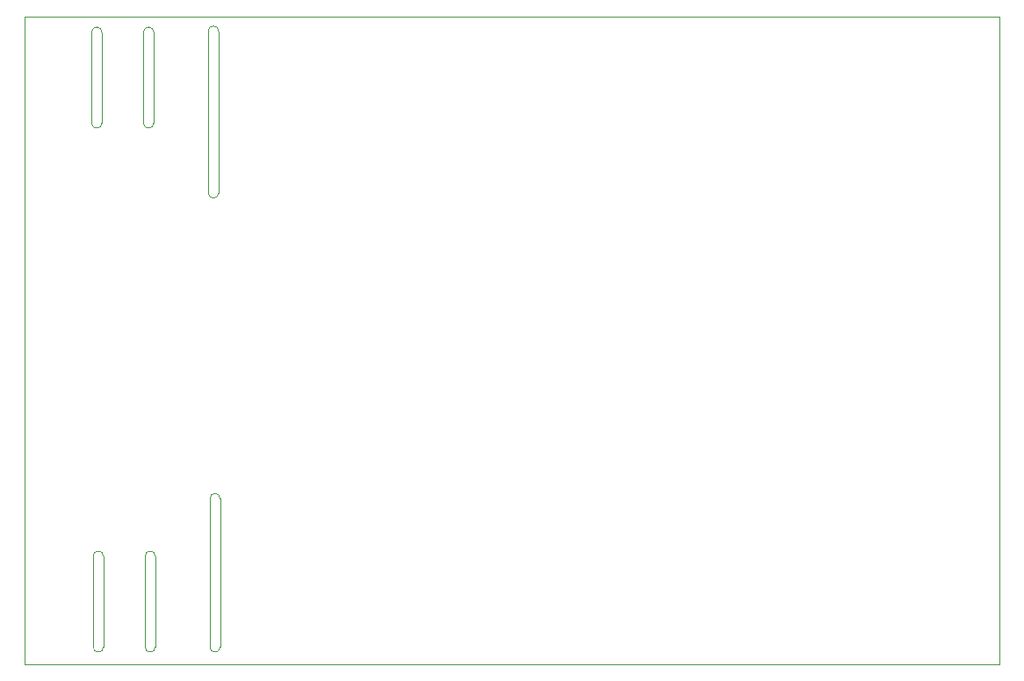
<source format=gbr>
G04 #@! TF.GenerationSoftware,KiCad,Pcbnew,(5.1.4)-1*
G04 #@! TF.CreationDate,2020-01-12T19:46:34+08:00*
G04 #@! TF.ProjectId,i2c x2 relays socketed,69326320-7832-4207-9265-6c6179732073,rev?*
G04 #@! TF.SameCoordinates,Original*
G04 #@! TF.FileFunction,Profile,NP*
%FSLAX46Y46*%
G04 Gerber Fmt 4.6, Leading zero omitted, Abs format (unit mm)*
G04 Created by KiCad (PCBNEW (5.1.4)-1) date 2020-01-12 19:46:34*
%MOMM*%
%LPD*%
G04 APERTURE LIST*
%ADD10C,0.050000*%
G04 APERTURE END LIST*
D10*
X20850000Y-44500000D02*
X20850000Y-58800000D01*
X21850000Y-58800000D02*
G75*
G02X20850000Y-58800000I-500000J0D01*
G01*
X20850000Y-44500000D02*
G75*
G02X21850000Y-44500000I500000J0D01*
G01*
X21850000Y-58800000D02*
X21850000Y-44500000D01*
X21700000Y-15000000D02*
X21700000Y600000D01*
X20700000Y600000D02*
G75*
G02X21700000Y600000I500000J0D01*
G01*
X21700000Y-15000000D02*
G75*
G02X20700000Y-15000000I-500000J0D01*
G01*
X20700000Y600000D02*
X20700000Y-15000000D01*
X15450000Y-8250000D02*
X15450000Y500000D01*
X14450000Y500000D02*
G75*
G02X15450000Y500000I500000J0D01*
G01*
X15450000Y-8250000D02*
G75*
G02X14450000Y-8250000I-500000J0D01*
G01*
X14450000Y500000D02*
X14450000Y-8250000D01*
X10450000Y-8250000D02*
X10450000Y500000D01*
X9450000Y500000D02*
G75*
G02X10450000Y500000I500000J0D01*
G01*
X10450000Y-8250000D02*
G75*
G02X9450000Y-8250000I-500000J0D01*
G01*
X9450000Y500000D02*
X9450000Y-8250000D01*
X14600000Y-50050000D02*
X14600000Y-58800000D01*
X15600000Y-58800000D02*
G75*
G02X14600000Y-58800000I-500000J0D01*
G01*
X14600000Y-50050000D02*
G75*
G02X15600000Y-50050000I500000J0D01*
G01*
X15600000Y-58800000D02*
X15600000Y-50050000D01*
X9600000Y-50050000D02*
X9600000Y-58800000D01*
X10600000Y-58800000D02*
X10600000Y-50050000D01*
X9600000Y-50050000D02*
G75*
G02X10600000Y-50050000I500000J0D01*
G01*
X10600000Y-58800000D02*
G75*
G02X9600000Y-58800000I-500000J0D01*
G01*
X97000000Y2000000D02*
X3000000Y2000000D01*
X97000000Y-60500000D02*
X97000000Y2000000D01*
X3000000Y-60500000D02*
X97000000Y-60500000D01*
X3000000Y2000000D02*
X3000000Y-60500000D01*
M02*

</source>
